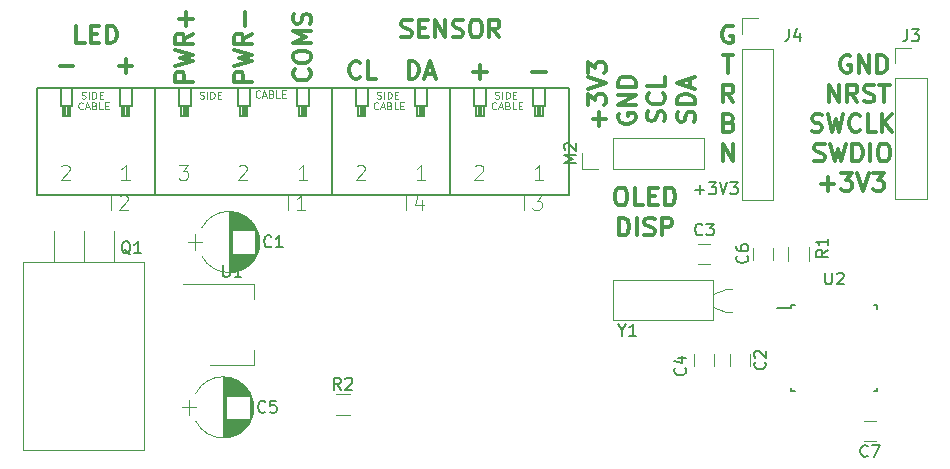
<source format=gto>
G04 #@! TF.FileFunction,Legend,Top*
%FSLAX46Y46*%
G04 Gerber Fmt 4.6, Leading zero omitted, Abs format (unit mm)*
G04 Created by KiCad (PCBNEW 4.0.7-e2-6376~58~ubuntu16.04.1) date Mon Nov  6 19:58:44 2017*
%MOMM*%
%LPD*%
G01*
G04 APERTURE LIST*
%ADD10C,0.100000*%
%ADD11C,0.300000*%
%ADD12C,0.200000*%
%ADD13C,0.150000*%
%ADD14C,0.120000*%
%ADD15C,0.127000*%
%ADD16C,0.101600*%
%ADD17C,0.050800*%
G04 APERTURE END LIST*
D10*
D11*
X112357143Y-65607143D02*
X112571429Y-65678571D01*
X112928572Y-65678571D01*
X113071429Y-65607143D01*
X113142858Y-65535714D01*
X113214286Y-65392857D01*
X113214286Y-65250000D01*
X113142858Y-65107143D01*
X113071429Y-65035714D01*
X112928572Y-64964286D01*
X112642858Y-64892857D01*
X112500000Y-64821429D01*
X112428572Y-64750000D01*
X112357143Y-64607143D01*
X112357143Y-64464286D01*
X112428572Y-64321429D01*
X112500000Y-64250000D01*
X112642858Y-64178571D01*
X113000000Y-64178571D01*
X113214286Y-64250000D01*
X113857143Y-64892857D02*
X114357143Y-64892857D01*
X114571429Y-65678571D02*
X113857143Y-65678571D01*
X113857143Y-64178571D01*
X114571429Y-64178571D01*
X115214286Y-65678571D02*
X115214286Y-64178571D01*
X116071429Y-65678571D01*
X116071429Y-64178571D01*
X116714286Y-65607143D02*
X116928572Y-65678571D01*
X117285715Y-65678571D01*
X117428572Y-65607143D01*
X117500001Y-65535714D01*
X117571429Y-65392857D01*
X117571429Y-65250000D01*
X117500001Y-65107143D01*
X117428572Y-65035714D01*
X117285715Y-64964286D01*
X117000001Y-64892857D01*
X116857143Y-64821429D01*
X116785715Y-64750000D01*
X116714286Y-64607143D01*
X116714286Y-64464286D01*
X116785715Y-64321429D01*
X116857143Y-64250000D01*
X117000001Y-64178571D01*
X117357143Y-64178571D01*
X117571429Y-64250000D01*
X118500000Y-64178571D02*
X118785714Y-64178571D01*
X118928572Y-64250000D01*
X119071429Y-64392857D01*
X119142857Y-64678571D01*
X119142857Y-65178571D01*
X119071429Y-65464286D01*
X118928572Y-65607143D01*
X118785714Y-65678571D01*
X118500000Y-65678571D01*
X118357143Y-65607143D01*
X118214286Y-65464286D01*
X118142857Y-65178571D01*
X118142857Y-64678571D01*
X118214286Y-64392857D01*
X118357143Y-64250000D01*
X118500000Y-64178571D01*
X120642858Y-65678571D02*
X120142858Y-64964286D01*
X119785715Y-65678571D02*
X119785715Y-64178571D01*
X120357143Y-64178571D01*
X120500001Y-64250000D01*
X120571429Y-64321429D01*
X120642858Y-64464286D01*
X120642858Y-64678571D01*
X120571429Y-64821429D01*
X120500001Y-64892857D01*
X120357143Y-64964286D01*
X119785715Y-64964286D01*
X123428572Y-68607143D02*
X124571429Y-68607143D01*
X118428572Y-68607143D02*
X119571429Y-68607143D01*
X119000000Y-69178571D02*
X119000000Y-68035714D01*
X112964286Y-69178571D02*
X112964286Y-67678571D01*
X113321429Y-67678571D01*
X113535714Y-67750000D01*
X113678572Y-67892857D01*
X113750000Y-68035714D01*
X113821429Y-68321429D01*
X113821429Y-68535714D01*
X113750000Y-68821429D01*
X113678572Y-68964286D01*
X113535714Y-69107143D01*
X113321429Y-69178571D01*
X112964286Y-69178571D01*
X114392857Y-68750000D02*
X115107143Y-68750000D01*
X114250000Y-69178571D02*
X114750000Y-67678571D01*
X115250000Y-69178571D01*
X108857143Y-69035714D02*
X108785714Y-69107143D01*
X108571428Y-69178571D01*
X108428571Y-69178571D01*
X108214286Y-69107143D01*
X108071428Y-68964286D01*
X108000000Y-68821429D01*
X107928571Y-68535714D01*
X107928571Y-68321429D01*
X108000000Y-68035714D01*
X108071428Y-67892857D01*
X108214286Y-67750000D01*
X108428571Y-67678571D01*
X108571428Y-67678571D01*
X108785714Y-67750000D01*
X108857143Y-67821429D01*
X110214286Y-69178571D02*
X109500000Y-69178571D01*
X109500000Y-67678571D01*
X99678571Y-69428571D02*
X98178571Y-69428571D01*
X98178571Y-68857143D01*
X98250000Y-68714285D01*
X98321429Y-68642857D01*
X98464286Y-68571428D01*
X98678571Y-68571428D01*
X98821429Y-68642857D01*
X98892857Y-68714285D01*
X98964286Y-68857143D01*
X98964286Y-69428571D01*
X98178571Y-68071428D02*
X99678571Y-67714285D01*
X98607143Y-67428571D01*
X99678571Y-67142857D01*
X98178571Y-66785714D01*
X99678571Y-65357142D02*
X98964286Y-65857142D01*
X99678571Y-66214285D02*
X98178571Y-66214285D01*
X98178571Y-65642857D01*
X98250000Y-65499999D01*
X98321429Y-65428571D01*
X98464286Y-65357142D01*
X98678571Y-65357142D01*
X98821429Y-65428571D01*
X98892857Y-65499999D01*
X98964286Y-65642857D01*
X98964286Y-66214285D01*
X99107143Y-64714285D02*
X99107143Y-63571428D01*
X104535714Y-68392857D02*
X104607143Y-68464286D01*
X104678571Y-68678572D01*
X104678571Y-68821429D01*
X104607143Y-69035714D01*
X104464286Y-69178572D01*
X104321429Y-69250000D01*
X104035714Y-69321429D01*
X103821429Y-69321429D01*
X103535714Y-69250000D01*
X103392857Y-69178572D01*
X103250000Y-69035714D01*
X103178571Y-68821429D01*
X103178571Y-68678572D01*
X103250000Y-68464286D01*
X103321429Y-68392857D01*
X103178571Y-67464286D02*
X103178571Y-67178572D01*
X103250000Y-67035714D01*
X103392857Y-66892857D01*
X103678571Y-66821429D01*
X104178571Y-66821429D01*
X104464286Y-66892857D01*
X104607143Y-67035714D01*
X104678571Y-67178572D01*
X104678571Y-67464286D01*
X104607143Y-67607143D01*
X104464286Y-67750000D01*
X104178571Y-67821429D01*
X103678571Y-67821429D01*
X103392857Y-67750000D01*
X103250000Y-67607143D01*
X103178571Y-67464286D01*
X104678571Y-66178571D02*
X103178571Y-66178571D01*
X104250000Y-65678571D01*
X103178571Y-65178571D01*
X104678571Y-65178571D01*
X104607143Y-64535714D02*
X104678571Y-64321428D01*
X104678571Y-63964285D01*
X104607143Y-63821428D01*
X104535714Y-63749999D01*
X104392857Y-63678571D01*
X104250000Y-63678571D01*
X104107143Y-63749999D01*
X104035714Y-63821428D01*
X103964286Y-63964285D01*
X103892857Y-64249999D01*
X103821429Y-64392857D01*
X103750000Y-64464285D01*
X103607143Y-64535714D01*
X103464286Y-64535714D01*
X103321429Y-64464285D01*
X103250000Y-64392857D01*
X103178571Y-64249999D01*
X103178571Y-63892857D01*
X103250000Y-63678571D01*
X94678571Y-69428571D02*
X93178571Y-69428571D01*
X93178571Y-68857143D01*
X93250000Y-68714285D01*
X93321429Y-68642857D01*
X93464286Y-68571428D01*
X93678571Y-68571428D01*
X93821429Y-68642857D01*
X93892857Y-68714285D01*
X93964286Y-68857143D01*
X93964286Y-69428571D01*
X93178571Y-68071428D02*
X94678571Y-67714285D01*
X93607143Y-67428571D01*
X94678571Y-67142857D01*
X93178571Y-66785714D01*
X94678571Y-65357142D02*
X93964286Y-65857142D01*
X94678571Y-66214285D02*
X93178571Y-66214285D01*
X93178571Y-65642857D01*
X93250000Y-65499999D01*
X93321429Y-65428571D01*
X93464286Y-65357142D01*
X93678571Y-65357142D01*
X93821429Y-65428571D01*
X93892857Y-65499999D01*
X93964286Y-65642857D01*
X93964286Y-66214285D01*
X94107143Y-64714285D02*
X94107143Y-63571428D01*
X94678571Y-64142857D02*
X93535714Y-64142857D01*
X83428572Y-68107143D02*
X84571429Y-68107143D01*
X88428572Y-68107143D02*
X89571429Y-68107143D01*
X89000000Y-68678571D02*
X89000000Y-67535714D01*
X85535715Y-66178571D02*
X84821429Y-66178571D01*
X84821429Y-64678571D01*
X86035715Y-65392857D02*
X86535715Y-65392857D01*
X86750001Y-66178571D02*
X86035715Y-66178571D01*
X86035715Y-64678571D01*
X86750001Y-64678571D01*
X87392858Y-66178571D02*
X87392858Y-64678571D01*
X87750001Y-64678571D01*
X87964286Y-64750000D01*
X88107144Y-64892857D01*
X88178572Y-65035714D01*
X88250001Y-65321429D01*
X88250001Y-65535714D01*
X88178572Y-65821429D01*
X88107144Y-65964286D01*
X87964286Y-66107143D01*
X87750001Y-66178571D01*
X87392858Y-66178571D01*
D12*
X137238095Y-78571429D02*
X138000000Y-78571429D01*
X137619048Y-78952381D02*
X137619048Y-78190476D01*
X138380952Y-77952381D02*
X139000000Y-77952381D01*
X138666666Y-78333333D01*
X138809524Y-78333333D01*
X138904762Y-78380952D01*
X138952381Y-78428571D01*
X139000000Y-78523810D01*
X139000000Y-78761905D01*
X138952381Y-78857143D01*
X138904762Y-78904762D01*
X138809524Y-78952381D01*
X138523809Y-78952381D01*
X138428571Y-78904762D01*
X138380952Y-78857143D01*
X139285714Y-77952381D02*
X139619047Y-78952381D01*
X139952381Y-77952381D01*
X140190476Y-77952381D02*
X140809524Y-77952381D01*
X140476190Y-78333333D01*
X140619048Y-78333333D01*
X140714286Y-78380952D01*
X140761905Y-78428571D01*
X140809524Y-78523810D01*
X140809524Y-78761905D01*
X140761905Y-78857143D01*
X140714286Y-78904762D01*
X140619048Y-78952381D01*
X140333333Y-78952381D01*
X140238095Y-78904762D01*
X140190476Y-78857143D01*
D11*
X139571429Y-76178571D02*
X139571429Y-74678571D01*
X140428572Y-76178571D01*
X140428572Y-74678571D01*
X140107143Y-72892857D02*
X140321429Y-72964286D01*
X140392857Y-73035714D01*
X140464286Y-73178571D01*
X140464286Y-73392857D01*
X140392857Y-73535714D01*
X140321429Y-73607143D01*
X140178571Y-73678571D01*
X139607143Y-73678571D01*
X139607143Y-72178571D01*
X140107143Y-72178571D01*
X140250000Y-72250000D01*
X140321429Y-72321429D01*
X140392857Y-72464286D01*
X140392857Y-72607143D01*
X140321429Y-72750000D01*
X140250000Y-72821429D01*
X140107143Y-72892857D01*
X139607143Y-72892857D01*
X140464286Y-71178571D02*
X139964286Y-70464286D01*
X139607143Y-71178571D02*
X139607143Y-69678571D01*
X140178571Y-69678571D01*
X140321429Y-69750000D01*
X140392857Y-69821429D01*
X140464286Y-69964286D01*
X140464286Y-70178571D01*
X140392857Y-70321429D01*
X140321429Y-70392857D01*
X140178571Y-70464286D01*
X139607143Y-70464286D01*
X139571429Y-67178571D02*
X140428572Y-67178571D01*
X140000001Y-68678571D02*
X140000001Y-67178571D01*
X140392857Y-64750000D02*
X140250000Y-64678571D01*
X140035714Y-64678571D01*
X139821429Y-64750000D01*
X139678571Y-64892857D01*
X139607143Y-65035714D01*
X139535714Y-65321429D01*
X139535714Y-65535714D01*
X139607143Y-65821429D01*
X139678571Y-65964286D01*
X139821429Y-66107143D01*
X140035714Y-66178571D01*
X140178571Y-66178571D01*
X140392857Y-66107143D01*
X140464286Y-66035714D01*
X140464286Y-65535714D01*
X140178571Y-65535714D01*
X137107143Y-72821428D02*
X137178571Y-72607142D01*
X137178571Y-72249999D01*
X137107143Y-72107142D01*
X137035714Y-72035713D01*
X136892857Y-71964285D01*
X136750000Y-71964285D01*
X136607143Y-72035713D01*
X136535714Y-72107142D01*
X136464286Y-72249999D01*
X136392857Y-72535713D01*
X136321429Y-72678571D01*
X136250000Y-72749999D01*
X136107143Y-72821428D01*
X135964286Y-72821428D01*
X135821429Y-72749999D01*
X135750000Y-72678571D01*
X135678571Y-72535713D01*
X135678571Y-72178571D01*
X135750000Y-71964285D01*
X137178571Y-71321428D02*
X135678571Y-71321428D01*
X135678571Y-70964285D01*
X135750000Y-70750000D01*
X135892857Y-70607142D01*
X136035714Y-70535714D01*
X136321429Y-70464285D01*
X136535714Y-70464285D01*
X136821429Y-70535714D01*
X136964286Y-70607142D01*
X137107143Y-70750000D01*
X137178571Y-70964285D01*
X137178571Y-71321428D01*
X136750000Y-69892857D02*
X136750000Y-69178571D01*
X137178571Y-70035714D02*
X135678571Y-69535714D01*
X137178571Y-69035714D01*
X134607143Y-72785714D02*
X134678571Y-72571428D01*
X134678571Y-72214285D01*
X134607143Y-72071428D01*
X134535714Y-71999999D01*
X134392857Y-71928571D01*
X134250000Y-71928571D01*
X134107143Y-71999999D01*
X134035714Y-72071428D01*
X133964286Y-72214285D01*
X133892857Y-72499999D01*
X133821429Y-72642857D01*
X133750000Y-72714285D01*
X133607143Y-72785714D01*
X133464286Y-72785714D01*
X133321429Y-72714285D01*
X133250000Y-72642857D01*
X133178571Y-72499999D01*
X133178571Y-72142857D01*
X133250000Y-71928571D01*
X134535714Y-70428571D02*
X134607143Y-70500000D01*
X134678571Y-70714286D01*
X134678571Y-70857143D01*
X134607143Y-71071428D01*
X134464286Y-71214286D01*
X134321429Y-71285714D01*
X134035714Y-71357143D01*
X133821429Y-71357143D01*
X133535714Y-71285714D01*
X133392857Y-71214286D01*
X133250000Y-71071428D01*
X133178571Y-70857143D01*
X133178571Y-70714286D01*
X133250000Y-70500000D01*
X133321429Y-70428571D01*
X134678571Y-69071428D02*
X134678571Y-69785714D01*
X133178571Y-69785714D01*
X130750000Y-72142857D02*
X130678571Y-72285714D01*
X130678571Y-72500000D01*
X130750000Y-72714285D01*
X130892857Y-72857143D01*
X131035714Y-72928571D01*
X131321429Y-73000000D01*
X131535714Y-73000000D01*
X131821429Y-72928571D01*
X131964286Y-72857143D01*
X132107143Y-72714285D01*
X132178571Y-72500000D01*
X132178571Y-72357143D01*
X132107143Y-72142857D01*
X132035714Y-72071428D01*
X131535714Y-72071428D01*
X131535714Y-72357143D01*
X132178571Y-71428571D02*
X130678571Y-71428571D01*
X132178571Y-70571428D01*
X130678571Y-70571428D01*
X132178571Y-69857142D02*
X130678571Y-69857142D01*
X130678571Y-69499999D01*
X130750000Y-69285714D01*
X130892857Y-69142856D01*
X131035714Y-69071428D01*
X131321429Y-68999999D01*
X131535714Y-68999999D01*
X131821429Y-69071428D01*
X131964286Y-69142856D01*
X132107143Y-69285714D01*
X132178571Y-69499999D01*
X132178571Y-69857142D01*
X129107143Y-73142856D02*
X129107143Y-71999999D01*
X129678571Y-72571428D02*
X128535714Y-72571428D01*
X128178571Y-71428570D02*
X128178571Y-70499999D01*
X128750000Y-70999999D01*
X128750000Y-70785713D01*
X128821429Y-70642856D01*
X128892857Y-70571427D01*
X129035714Y-70499999D01*
X129392857Y-70499999D01*
X129535714Y-70571427D01*
X129607143Y-70642856D01*
X129678571Y-70785713D01*
X129678571Y-71214285D01*
X129607143Y-71357142D01*
X129535714Y-71428570D01*
X128178571Y-70071428D02*
X129678571Y-69571428D01*
X128178571Y-69071428D01*
X128178571Y-68714285D02*
X128178571Y-67785714D01*
X128750000Y-68285714D01*
X128750000Y-68071428D01*
X128821429Y-67928571D01*
X128892857Y-67857142D01*
X129035714Y-67785714D01*
X129392857Y-67785714D01*
X129535714Y-67857142D01*
X129607143Y-67928571D01*
X129678571Y-68071428D01*
X129678571Y-68500000D01*
X129607143Y-68642857D01*
X129535714Y-68714285D01*
X130821428Y-78403571D02*
X131107142Y-78403571D01*
X131250000Y-78475000D01*
X131392857Y-78617857D01*
X131464285Y-78903571D01*
X131464285Y-79403571D01*
X131392857Y-79689286D01*
X131250000Y-79832143D01*
X131107142Y-79903571D01*
X130821428Y-79903571D01*
X130678571Y-79832143D01*
X130535714Y-79689286D01*
X130464285Y-79403571D01*
X130464285Y-78903571D01*
X130535714Y-78617857D01*
X130678571Y-78475000D01*
X130821428Y-78403571D01*
X132821429Y-79903571D02*
X132107143Y-79903571D01*
X132107143Y-78403571D01*
X133321429Y-79117857D02*
X133821429Y-79117857D01*
X134035715Y-79903571D02*
X133321429Y-79903571D01*
X133321429Y-78403571D01*
X134035715Y-78403571D01*
X134678572Y-79903571D02*
X134678572Y-78403571D01*
X135035715Y-78403571D01*
X135250000Y-78475000D01*
X135392858Y-78617857D01*
X135464286Y-78760714D01*
X135535715Y-79046429D01*
X135535715Y-79260714D01*
X135464286Y-79546429D01*
X135392858Y-79689286D01*
X135250000Y-79832143D01*
X135035715Y-79903571D01*
X134678572Y-79903571D01*
X130785715Y-82453571D02*
X130785715Y-80953571D01*
X131142858Y-80953571D01*
X131357143Y-81025000D01*
X131500001Y-81167857D01*
X131571429Y-81310714D01*
X131642858Y-81596429D01*
X131642858Y-81810714D01*
X131571429Y-82096429D01*
X131500001Y-82239286D01*
X131357143Y-82382143D01*
X131142858Y-82453571D01*
X130785715Y-82453571D01*
X132285715Y-82453571D02*
X132285715Y-80953571D01*
X132928572Y-82382143D02*
X133142858Y-82453571D01*
X133500001Y-82453571D01*
X133642858Y-82382143D01*
X133714287Y-82310714D01*
X133785715Y-82167857D01*
X133785715Y-82025000D01*
X133714287Y-81882143D01*
X133642858Y-81810714D01*
X133500001Y-81739286D01*
X133214287Y-81667857D01*
X133071429Y-81596429D01*
X133000001Y-81525000D01*
X132928572Y-81382143D01*
X132928572Y-81239286D01*
X133000001Y-81096429D01*
X133071429Y-81025000D01*
X133214287Y-80953571D01*
X133571429Y-80953571D01*
X133785715Y-81025000D01*
X134428572Y-82453571D02*
X134428572Y-80953571D01*
X135000000Y-80953571D01*
X135142858Y-81025000D01*
X135214286Y-81096429D01*
X135285715Y-81239286D01*
X135285715Y-81453571D01*
X135214286Y-81596429D01*
X135142858Y-81667857D01*
X135000000Y-81739286D01*
X134428572Y-81739286D01*
X147857144Y-78107143D02*
X149000001Y-78107143D01*
X148428572Y-78678571D02*
X148428572Y-77535714D01*
X149571430Y-77178571D02*
X150500001Y-77178571D01*
X150000001Y-77750000D01*
X150214287Y-77750000D01*
X150357144Y-77821429D01*
X150428573Y-77892857D01*
X150500001Y-78035714D01*
X150500001Y-78392857D01*
X150428573Y-78535714D01*
X150357144Y-78607143D01*
X150214287Y-78678571D01*
X149785715Y-78678571D01*
X149642858Y-78607143D01*
X149571430Y-78535714D01*
X150928572Y-77178571D02*
X151428572Y-78678571D01*
X151928572Y-77178571D01*
X152285715Y-77178571D02*
X153214286Y-77178571D01*
X152714286Y-77750000D01*
X152928572Y-77750000D01*
X153071429Y-77821429D01*
X153142858Y-77892857D01*
X153214286Y-78035714D01*
X153214286Y-78392857D01*
X153142858Y-78535714D01*
X153071429Y-78607143D01*
X152928572Y-78678571D01*
X152500000Y-78678571D01*
X152357143Y-78607143D01*
X152285715Y-78535714D01*
X147321428Y-76107143D02*
X147535714Y-76178571D01*
X147892857Y-76178571D01*
X148035714Y-76107143D01*
X148107143Y-76035714D01*
X148178571Y-75892857D01*
X148178571Y-75750000D01*
X148107143Y-75607143D01*
X148035714Y-75535714D01*
X147892857Y-75464286D01*
X147607143Y-75392857D01*
X147464285Y-75321429D01*
X147392857Y-75250000D01*
X147321428Y-75107143D01*
X147321428Y-74964286D01*
X147392857Y-74821429D01*
X147464285Y-74750000D01*
X147607143Y-74678571D01*
X147964285Y-74678571D01*
X148178571Y-74750000D01*
X148678571Y-74678571D02*
X149035714Y-76178571D01*
X149321428Y-75107143D01*
X149607142Y-76178571D01*
X149964285Y-74678571D01*
X150535714Y-76178571D02*
X150535714Y-74678571D01*
X150892857Y-74678571D01*
X151107142Y-74750000D01*
X151250000Y-74892857D01*
X151321428Y-75035714D01*
X151392857Y-75321429D01*
X151392857Y-75535714D01*
X151321428Y-75821429D01*
X151250000Y-75964286D01*
X151107142Y-76107143D01*
X150892857Y-76178571D01*
X150535714Y-76178571D01*
X152035714Y-76178571D02*
X152035714Y-74678571D01*
X153035714Y-74678571D02*
X153321428Y-74678571D01*
X153464286Y-74750000D01*
X153607143Y-74892857D01*
X153678571Y-75178571D01*
X153678571Y-75678571D01*
X153607143Y-75964286D01*
X153464286Y-76107143D01*
X153321428Y-76178571D01*
X153035714Y-76178571D01*
X152892857Y-76107143D01*
X152750000Y-75964286D01*
X152678571Y-75678571D01*
X152678571Y-75178571D01*
X152750000Y-74892857D01*
X152892857Y-74750000D01*
X153035714Y-74678571D01*
X147107143Y-73607143D02*
X147321429Y-73678571D01*
X147678572Y-73678571D01*
X147821429Y-73607143D01*
X147892858Y-73535714D01*
X147964286Y-73392857D01*
X147964286Y-73250000D01*
X147892858Y-73107143D01*
X147821429Y-73035714D01*
X147678572Y-72964286D01*
X147392858Y-72892857D01*
X147250000Y-72821429D01*
X147178572Y-72750000D01*
X147107143Y-72607143D01*
X147107143Y-72464286D01*
X147178572Y-72321429D01*
X147250000Y-72250000D01*
X147392858Y-72178571D01*
X147750000Y-72178571D01*
X147964286Y-72250000D01*
X148464286Y-72178571D02*
X148821429Y-73678571D01*
X149107143Y-72607143D01*
X149392857Y-73678571D01*
X149750000Y-72178571D01*
X151178572Y-73535714D02*
X151107143Y-73607143D01*
X150892857Y-73678571D01*
X150750000Y-73678571D01*
X150535715Y-73607143D01*
X150392857Y-73464286D01*
X150321429Y-73321429D01*
X150250000Y-73035714D01*
X150250000Y-72821429D01*
X150321429Y-72535714D01*
X150392857Y-72392857D01*
X150535715Y-72250000D01*
X150750000Y-72178571D01*
X150892857Y-72178571D01*
X151107143Y-72250000D01*
X151178572Y-72321429D01*
X152535715Y-73678571D02*
X151821429Y-73678571D01*
X151821429Y-72178571D01*
X153035715Y-73678571D02*
X153035715Y-72178571D01*
X153892858Y-73678571D02*
X153250001Y-72821429D01*
X153892858Y-72178571D02*
X153035715Y-73035714D01*
X148535715Y-71178571D02*
X148535715Y-69678571D01*
X149392858Y-71178571D01*
X149392858Y-69678571D01*
X150964287Y-71178571D02*
X150464287Y-70464286D01*
X150107144Y-71178571D02*
X150107144Y-69678571D01*
X150678572Y-69678571D01*
X150821430Y-69750000D01*
X150892858Y-69821429D01*
X150964287Y-69964286D01*
X150964287Y-70178571D01*
X150892858Y-70321429D01*
X150821430Y-70392857D01*
X150678572Y-70464286D01*
X150107144Y-70464286D01*
X151535715Y-71107143D02*
X151750001Y-71178571D01*
X152107144Y-71178571D01*
X152250001Y-71107143D01*
X152321430Y-71035714D01*
X152392858Y-70892857D01*
X152392858Y-70750000D01*
X152321430Y-70607143D01*
X152250001Y-70535714D01*
X152107144Y-70464286D01*
X151821430Y-70392857D01*
X151678572Y-70321429D01*
X151607144Y-70250000D01*
X151535715Y-70107143D01*
X151535715Y-69964286D01*
X151607144Y-69821429D01*
X151678572Y-69750000D01*
X151821430Y-69678571D01*
X152178572Y-69678571D01*
X152392858Y-69750000D01*
X152821429Y-69678571D02*
X153678572Y-69678571D01*
X153250001Y-71178571D02*
X153250001Y-69678571D01*
X150357143Y-67250000D02*
X150214286Y-67178571D01*
X150000000Y-67178571D01*
X149785715Y-67250000D01*
X149642857Y-67392857D01*
X149571429Y-67535714D01*
X149500000Y-67821429D01*
X149500000Y-68035714D01*
X149571429Y-68321429D01*
X149642857Y-68464286D01*
X149785715Y-68607143D01*
X150000000Y-68678571D01*
X150142857Y-68678571D01*
X150357143Y-68607143D01*
X150428572Y-68535714D01*
X150428572Y-68035714D01*
X150142857Y-68035714D01*
X151071429Y-68678571D02*
X151071429Y-67178571D01*
X151928572Y-68678571D01*
X151928572Y-67178571D01*
X152642858Y-68678571D02*
X152642858Y-67178571D01*
X153000001Y-67178571D01*
X153214286Y-67250000D01*
X153357144Y-67392857D01*
X153428572Y-67535714D01*
X153500001Y-67821429D01*
X153500001Y-68035714D01*
X153428572Y-68321429D01*
X153357144Y-68464286D01*
X153214286Y-68607143D01*
X153000001Y-68678571D01*
X152642858Y-68678571D01*
D13*
X145375000Y-88375000D02*
X145375000Y-88600000D01*
X152625000Y-88375000D02*
X152625000Y-88675000D01*
X152625000Y-95625000D02*
X152625000Y-95325000D01*
X145375000Y-95625000D02*
X145375000Y-95325000D01*
X145375000Y-88375000D02*
X145675000Y-88375000D01*
X145375000Y-95625000D02*
X145675000Y-95625000D01*
X152625000Y-95625000D02*
X152325000Y-95625000D01*
X152625000Y-88375000D02*
X152325000Y-88375000D01*
X145375000Y-88600000D02*
X144150000Y-88600000D01*
D14*
X100055722Y-81820277D02*
G75*
G03X95444420Y-81820000I-2305722J-1179723D01*
G01*
X100055722Y-84179723D02*
G75*
G02X95444420Y-84180000I-2305722J1179723D01*
G01*
X100055722Y-84179723D02*
G75*
G03X100055580Y-81820000I-2305722J1179723D01*
G01*
X97750000Y-80450000D02*
X97750000Y-85550000D01*
X97790000Y-80450000D02*
X97790000Y-85550000D01*
X97830000Y-80451000D02*
X97830000Y-85549000D01*
X97870000Y-80452000D02*
X97870000Y-85548000D01*
X97910000Y-80454000D02*
X97910000Y-85546000D01*
X97950000Y-80457000D02*
X97950000Y-85543000D01*
X97990000Y-80461000D02*
X97990000Y-85539000D01*
X98030000Y-80465000D02*
X98030000Y-82020000D01*
X98030000Y-83980000D02*
X98030000Y-85535000D01*
X98070000Y-80469000D02*
X98070000Y-82020000D01*
X98070000Y-83980000D02*
X98070000Y-85531000D01*
X98110000Y-80475000D02*
X98110000Y-82020000D01*
X98110000Y-83980000D02*
X98110000Y-85525000D01*
X98150000Y-80481000D02*
X98150000Y-82020000D01*
X98150000Y-83980000D02*
X98150000Y-85519000D01*
X98190000Y-80487000D02*
X98190000Y-82020000D01*
X98190000Y-83980000D02*
X98190000Y-85513000D01*
X98230000Y-80494000D02*
X98230000Y-82020000D01*
X98230000Y-83980000D02*
X98230000Y-85506000D01*
X98270000Y-80502000D02*
X98270000Y-82020000D01*
X98270000Y-83980000D02*
X98270000Y-85498000D01*
X98310000Y-80511000D02*
X98310000Y-82020000D01*
X98310000Y-83980000D02*
X98310000Y-85489000D01*
X98350000Y-80520000D02*
X98350000Y-82020000D01*
X98350000Y-83980000D02*
X98350000Y-85480000D01*
X98390000Y-80530000D02*
X98390000Y-82020000D01*
X98390000Y-83980000D02*
X98390000Y-85470000D01*
X98430000Y-80540000D02*
X98430000Y-82020000D01*
X98430000Y-83980000D02*
X98430000Y-85460000D01*
X98471000Y-80552000D02*
X98471000Y-82020000D01*
X98471000Y-83980000D02*
X98471000Y-85448000D01*
X98511000Y-80564000D02*
X98511000Y-82020000D01*
X98511000Y-83980000D02*
X98511000Y-85436000D01*
X98551000Y-80576000D02*
X98551000Y-82020000D01*
X98551000Y-83980000D02*
X98551000Y-85424000D01*
X98591000Y-80590000D02*
X98591000Y-82020000D01*
X98591000Y-83980000D02*
X98591000Y-85410000D01*
X98631000Y-80604000D02*
X98631000Y-82020000D01*
X98631000Y-83980000D02*
X98631000Y-85396000D01*
X98671000Y-80618000D02*
X98671000Y-82020000D01*
X98671000Y-83980000D02*
X98671000Y-85382000D01*
X98711000Y-80634000D02*
X98711000Y-82020000D01*
X98711000Y-83980000D02*
X98711000Y-85366000D01*
X98751000Y-80650000D02*
X98751000Y-82020000D01*
X98751000Y-83980000D02*
X98751000Y-85350000D01*
X98791000Y-80667000D02*
X98791000Y-82020000D01*
X98791000Y-83980000D02*
X98791000Y-85333000D01*
X98831000Y-80685000D02*
X98831000Y-82020000D01*
X98831000Y-83980000D02*
X98831000Y-85315000D01*
X98871000Y-80704000D02*
X98871000Y-82020000D01*
X98871000Y-83980000D02*
X98871000Y-85296000D01*
X98911000Y-80724000D02*
X98911000Y-82020000D01*
X98911000Y-83980000D02*
X98911000Y-85276000D01*
X98951000Y-80744000D02*
X98951000Y-82020000D01*
X98951000Y-83980000D02*
X98951000Y-85256000D01*
X98991000Y-80766000D02*
X98991000Y-82020000D01*
X98991000Y-83980000D02*
X98991000Y-85234000D01*
X99031000Y-80788000D02*
X99031000Y-82020000D01*
X99031000Y-83980000D02*
X99031000Y-85212000D01*
X99071000Y-80811000D02*
X99071000Y-82020000D01*
X99071000Y-83980000D02*
X99071000Y-85189000D01*
X99111000Y-80835000D02*
X99111000Y-82020000D01*
X99111000Y-83980000D02*
X99111000Y-85165000D01*
X99151000Y-80860000D02*
X99151000Y-82020000D01*
X99151000Y-83980000D02*
X99151000Y-85140000D01*
X99191000Y-80887000D02*
X99191000Y-82020000D01*
X99191000Y-83980000D02*
X99191000Y-85113000D01*
X99231000Y-80914000D02*
X99231000Y-82020000D01*
X99231000Y-83980000D02*
X99231000Y-85086000D01*
X99271000Y-80942000D02*
X99271000Y-82020000D01*
X99271000Y-83980000D02*
X99271000Y-85058000D01*
X99311000Y-80972000D02*
X99311000Y-82020000D01*
X99311000Y-83980000D02*
X99311000Y-85028000D01*
X99351000Y-81003000D02*
X99351000Y-82020000D01*
X99351000Y-83980000D02*
X99351000Y-84997000D01*
X99391000Y-81035000D02*
X99391000Y-82020000D01*
X99391000Y-83980000D02*
X99391000Y-84965000D01*
X99431000Y-81068000D02*
X99431000Y-82020000D01*
X99431000Y-83980000D02*
X99431000Y-84932000D01*
X99471000Y-81103000D02*
X99471000Y-82020000D01*
X99471000Y-83980000D02*
X99471000Y-84897000D01*
X99511000Y-81139000D02*
X99511000Y-82020000D01*
X99511000Y-83980000D02*
X99511000Y-84861000D01*
X99551000Y-81177000D02*
X99551000Y-82020000D01*
X99551000Y-83980000D02*
X99551000Y-84823000D01*
X99591000Y-81217000D02*
X99591000Y-82020000D01*
X99591000Y-83980000D02*
X99591000Y-84783000D01*
X99631000Y-81258000D02*
X99631000Y-82020000D01*
X99631000Y-83980000D02*
X99631000Y-84742000D01*
X99671000Y-81301000D02*
X99671000Y-82020000D01*
X99671000Y-83980000D02*
X99671000Y-84699000D01*
X99711000Y-81346000D02*
X99711000Y-82020000D01*
X99711000Y-83980000D02*
X99711000Y-84654000D01*
X99751000Y-81394000D02*
X99751000Y-82020000D01*
X99751000Y-83980000D02*
X99751000Y-84606000D01*
X99791000Y-81444000D02*
X99791000Y-82020000D01*
X99791000Y-83980000D02*
X99791000Y-84556000D01*
X99831000Y-81496000D02*
X99831000Y-82020000D01*
X99831000Y-83980000D02*
X99831000Y-84504000D01*
X99871000Y-81552000D02*
X99871000Y-82020000D01*
X99871000Y-83980000D02*
X99871000Y-84448000D01*
X99911000Y-81610000D02*
X99911000Y-82020000D01*
X99911000Y-83980000D02*
X99911000Y-84390000D01*
X99951000Y-81673000D02*
X99951000Y-82020000D01*
X99951000Y-83980000D02*
X99951000Y-84327000D01*
X99991000Y-81739000D02*
X99991000Y-84261000D01*
X100031000Y-81811000D02*
X100031000Y-84189000D01*
X100071000Y-81888000D02*
X100071000Y-84112000D01*
X100111000Y-81972000D02*
X100111000Y-84028000D01*
X100151000Y-82066000D02*
X100151000Y-83934000D01*
X100191000Y-82171000D02*
X100191000Y-83829000D01*
X100231000Y-82293000D02*
X100231000Y-83707000D01*
X100271000Y-82441000D02*
X100271000Y-83559000D01*
X100311000Y-82646000D02*
X100311000Y-83354000D01*
X94300000Y-83000000D02*
X95500000Y-83000000D01*
X94900000Y-82350000D02*
X94900000Y-83650000D01*
X141850000Y-93500000D02*
X141850000Y-92500000D01*
X140150000Y-92500000D02*
X140150000Y-93500000D01*
X137500000Y-84850000D02*
X138500000Y-84850000D01*
X138500000Y-83150000D02*
X137500000Y-83150000D01*
X138850000Y-93500000D02*
X138850000Y-92500000D01*
X137150000Y-92500000D02*
X137150000Y-93500000D01*
X99555722Y-95820277D02*
G75*
G03X94944420Y-95820000I-2305722J-1179723D01*
G01*
X99555722Y-98179723D02*
G75*
G02X94944420Y-98180000I-2305722J1179723D01*
G01*
X99555722Y-98179723D02*
G75*
G03X99555580Y-95820000I-2305722J1179723D01*
G01*
X97250000Y-94450000D02*
X97250000Y-99550000D01*
X97290000Y-94450000D02*
X97290000Y-99550000D01*
X97330000Y-94451000D02*
X97330000Y-99549000D01*
X97370000Y-94452000D02*
X97370000Y-99548000D01*
X97410000Y-94454000D02*
X97410000Y-99546000D01*
X97450000Y-94457000D02*
X97450000Y-99543000D01*
X97490000Y-94461000D02*
X97490000Y-99539000D01*
X97530000Y-94465000D02*
X97530000Y-96020000D01*
X97530000Y-97980000D02*
X97530000Y-99535000D01*
X97570000Y-94469000D02*
X97570000Y-96020000D01*
X97570000Y-97980000D02*
X97570000Y-99531000D01*
X97610000Y-94475000D02*
X97610000Y-96020000D01*
X97610000Y-97980000D02*
X97610000Y-99525000D01*
X97650000Y-94481000D02*
X97650000Y-96020000D01*
X97650000Y-97980000D02*
X97650000Y-99519000D01*
X97690000Y-94487000D02*
X97690000Y-96020000D01*
X97690000Y-97980000D02*
X97690000Y-99513000D01*
X97730000Y-94494000D02*
X97730000Y-96020000D01*
X97730000Y-97980000D02*
X97730000Y-99506000D01*
X97770000Y-94502000D02*
X97770000Y-96020000D01*
X97770000Y-97980000D02*
X97770000Y-99498000D01*
X97810000Y-94511000D02*
X97810000Y-96020000D01*
X97810000Y-97980000D02*
X97810000Y-99489000D01*
X97850000Y-94520000D02*
X97850000Y-96020000D01*
X97850000Y-97980000D02*
X97850000Y-99480000D01*
X97890000Y-94530000D02*
X97890000Y-96020000D01*
X97890000Y-97980000D02*
X97890000Y-99470000D01*
X97930000Y-94540000D02*
X97930000Y-96020000D01*
X97930000Y-97980000D02*
X97930000Y-99460000D01*
X97971000Y-94552000D02*
X97971000Y-96020000D01*
X97971000Y-97980000D02*
X97971000Y-99448000D01*
X98011000Y-94564000D02*
X98011000Y-96020000D01*
X98011000Y-97980000D02*
X98011000Y-99436000D01*
X98051000Y-94576000D02*
X98051000Y-96020000D01*
X98051000Y-97980000D02*
X98051000Y-99424000D01*
X98091000Y-94590000D02*
X98091000Y-96020000D01*
X98091000Y-97980000D02*
X98091000Y-99410000D01*
X98131000Y-94604000D02*
X98131000Y-96020000D01*
X98131000Y-97980000D02*
X98131000Y-99396000D01*
X98171000Y-94618000D02*
X98171000Y-96020000D01*
X98171000Y-97980000D02*
X98171000Y-99382000D01*
X98211000Y-94634000D02*
X98211000Y-96020000D01*
X98211000Y-97980000D02*
X98211000Y-99366000D01*
X98251000Y-94650000D02*
X98251000Y-96020000D01*
X98251000Y-97980000D02*
X98251000Y-99350000D01*
X98291000Y-94667000D02*
X98291000Y-96020000D01*
X98291000Y-97980000D02*
X98291000Y-99333000D01*
X98331000Y-94685000D02*
X98331000Y-96020000D01*
X98331000Y-97980000D02*
X98331000Y-99315000D01*
X98371000Y-94704000D02*
X98371000Y-96020000D01*
X98371000Y-97980000D02*
X98371000Y-99296000D01*
X98411000Y-94724000D02*
X98411000Y-96020000D01*
X98411000Y-97980000D02*
X98411000Y-99276000D01*
X98451000Y-94744000D02*
X98451000Y-96020000D01*
X98451000Y-97980000D02*
X98451000Y-99256000D01*
X98491000Y-94766000D02*
X98491000Y-96020000D01*
X98491000Y-97980000D02*
X98491000Y-99234000D01*
X98531000Y-94788000D02*
X98531000Y-96020000D01*
X98531000Y-97980000D02*
X98531000Y-99212000D01*
X98571000Y-94811000D02*
X98571000Y-96020000D01*
X98571000Y-97980000D02*
X98571000Y-99189000D01*
X98611000Y-94835000D02*
X98611000Y-96020000D01*
X98611000Y-97980000D02*
X98611000Y-99165000D01*
X98651000Y-94860000D02*
X98651000Y-96020000D01*
X98651000Y-97980000D02*
X98651000Y-99140000D01*
X98691000Y-94887000D02*
X98691000Y-96020000D01*
X98691000Y-97980000D02*
X98691000Y-99113000D01*
X98731000Y-94914000D02*
X98731000Y-96020000D01*
X98731000Y-97980000D02*
X98731000Y-99086000D01*
X98771000Y-94942000D02*
X98771000Y-96020000D01*
X98771000Y-97980000D02*
X98771000Y-99058000D01*
X98811000Y-94972000D02*
X98811000Y-96020000D01*
X98811000Y-97980000D02*
X98811000Y-99028000D01*
X98851000Y-95003000D02*
X98851000Y-96020000D01*
X98851000Y-97980000D02*
X98851000Y-98997000D01*
X98891000Y-95035000D02*
X98891000Y-96020000D01*
X98891000Y-97980000D02*
X98891000Y-98965000D01*
X98931000Y-95068000D02*
X98931000Y-96020000D01*
X98931000Y-97980000D02*
X98931000Y-98932000D01*
X98971000Y-95103000D02*
X98971000Y-96020000D01*
X98971000Y-97980000D02*
X98971000Y-98897000D01*
X99011000Y-95139000D02*
X99011000Y-96020000D01*
X99011000Y-97980000D02*
X99011000Y-98861000D01*
X99051000Y-95177000D02*
X99051000Y-96020000D01*
X99051000Y-97980000D02*
X99051000Y-98823000D01*
X99091000Y-95217000D02*
X99091000Y-96020000D01*
X99091000Y-97980000D02*
X99091000Y-98783000D01*
X99131000Y-95258000D02*
X99131000Y-96020000D01*
X99131000Y-97980000D02*
X99131000Y-98742000D01*
X99171000Y-95301000D02*
X99171000Y-96020000D01*
X99171000Y-97980000D02*
X99171000Y-98699000D01*
X99211000Y-95346000D02*
X99211000Y-96020000D01*
X99211000Y-97980000D02*
X99211000Y-98654000D01*
X99251000Y-95394000D02*
X99251000Y-96020000D01*
X99251000Y-97980000D02*
X99251000Y-98606000D01*
X99291000Y-95444000D02*
X99291000Y-96020000D01*
X99291000Y-97980000D02*
X99291000Y-98556000D01*
X99331000Y-95496000D02*
X99331000Y-96020000D01*
X99331000Y-97980000D02*
X99331000Y-98504000D01*
X99371000Y-95552000D02*
X99371000Y-96020000D01*
X99371000Y-97980000D02*
X99371000Y-98448000D01*
X99411000Y-95610000D02*
X99411000Y-96020000D01*
X99411000Y-97980000D02*
X99411000Y-98390000D01*
X99451000Y-95673000D02*
X99451000Y-96020000D01*
X99451000Y-97980000D02*
X99451000Y-98327000D01*
X99491000Y-95739000D02*
X99491000Y-98261000D01*
X99531000Y-95811000D02*
X99531000Y-98189000D01*
X99571000Y-95888000D02*
X99571000Y-98112000D01*
X99611000Y-95972000D02*
X99611000Y-98028000D01*
X99651000Y-96066000D02*
X99651000Y-97934000D01*
X99691000Y-96171000D02*
X99691000Y-97829000D01*
X99731000Y-96293000D02*
X99731000Y-97707000D01*
X99771000Y-96441000D02*
X99771000Y-97559000D01*
X99811000Y-96646000D02*
X99811000Y-97354000D01*
X93800000Y-97000000D02*
X95000000Y-97000000D01*
X94400000Y-96350000D02*
X94400000Y-97650000D01*
X142150000Y-83500000D02*
X142150000Y-84500000D01*
X143850000Y-84500000D02*
X143850000Y-83500000D01*
X151500000Y-99850000D02*
X152500000Y-99850000D01*
X152500000Y-98150000D02*
X151500000Y-98150000D01*
X154170000Y-79370000D02*
X156830000Y-79370000D01*
X154170000Y-69150000D02*
X154170000Y-79370000D01*
X156830000Y-69150000D02*
X156830000Y-79370000D01*
X154170000Y-69150000D02*
X156830000Y-69150000D01*
X154170000Y-67880000D02*
X154170000Y-66550000D01*
X154170000Y-66550000D02*
X155500000Y-66550000D01*
X90580000Y-84690000D02*
X80340000Y-84690000D01*
X90580000Y-100580000D02*
X80340000Y-100580000D01*
X90580000Y-100580000D02*
X90580000Y-84690000D01*
X80340000Y-100580000D02*
X80340000Y-84690000D01*
X88000000Y-84690000D02*
X88000000Y-82050000D01*
X85460000Y-84690000D02*
X85460000Y-82066000D01*
X82920000Y-84690000D02*
X82920000Y-82066000D01*
X146880000Y-83400000D02*
X146880000Y-84600000D01*
X145120000Y-84600000D02*
X145120000Y-83400000D01*
X99910000Y-93410000D02*
X99910000Y-92150000D01*
X99910000Y-86590000D02*
X99910000Y-87850000D01*
X96150000Y-93410000D02*
X99910000Y-93410000D01*
X93900000Y-86590000D02*
X99910000Y-86590000D01*
X138700000Y-86250000D02*
X130300000Y-86250000D01*
X130300000Y-86250000D02*
X130300000Y-89650000D01*
X130300000Y-89650000D02*
X138700000Y-89650000D01*
X138700000Y-89650000D02*
X138700000Y-86250000D01*
X138700000Y-87405000D02*
X139850000Y-87000000D01*
X139850000Y-87000000D02*
X140300000Y-87000000D01*
X138700000Y-88495000D02*
X139850000Y-88900000D01*
X139850000Y-88900000D02*
X140300000Y-88900000D01*
X137950000Y-76830000D02*
X137950000Y-74170000D01*
X130270000Y-76830000D02*
X137950000Y-76830000D01*
X130270000Y-74170000D02*
X137950000Y-74170000D01*
X130270000Y-76830000D02*
X130270000Y-74170000D01*
X129000000Y-76830000D02*
X127670000Y-76830000D01*
X127670000Y-76830000D02*
X127670000Y-75500000D01*
X141170000Y-79410000D02*
X143830000Y-79410000D01*
X141170000Y-66650000D02*
X141170000Y-79410000D01*
X143830000Y-66650000D02*
X143830000Y-79410000D01*
X141170000Y-66650000D02*
X143830000Y-66650000D01*
X141170000Y-65380000D02*
X141170000Y-64050000D01*
X141170000Y-64050000D02*
X142500000Y-64050000D01*
D15*
X91499360Y-70002040D02*
X91499360Y-78998720D01*
X91499360Y-78998720D02*
X81501920Y-78998720D01*
X81501920Y-78998720D02*
X81501920Y-70002040D01*
X81501920Y-70002040D02*
X83500900Y-70002040D01*
X83500900Y-70002040D02*
X84501660Y-70002040D01*
X84501660Y-70002040D02*
X88502160Y-70002040D01*
X88502160Y-70002040D02*
X89497840Y-70002040D01*
X89497840Y-70002040D02*
X91499360Y-70002040D01*
X89497840Y-70002040D02*
X89497840Y-71500640D01*
X89497840Y-71500640D02*
X88502160Y-71500640D01*
X88502160Y-71500640D02*
X88502160Y-70002040D01*
X84501660Y-70002040D02*
X84501660Y-71500640D01*
X84501660Y-71500640D02*
X83500900Y-71500640D01*
X83500900Y-71500640D02*
X83500900Y-70002040D01*
X89299720Y-71602240D02*
X89299720Y-72300740D01*
X89099060Y-71602240D02*
X89099060Y-72300740D01*
X88900940Y-71602240D02*
X88900940Y-72300740D01*
X88700280Y-71602240D02*
X88700280Y-72300740D01*
X89299720Y-72300740D02*
X88700280Y-72300740D01*
X84301000Y-71602240D02*
X84301000Y-72300740D01*
X84301000Y-72300740D02*
X84100340Y-72300740D01*
X84100340Y-72300740D02*
X84100340Y-71602240D01*
X84100340Y-72300740D02*
X83902220Y-72300740D01*
X83902220Y-72300740D02*
X83902220Y-71602240D01*
X83902220Y-72300740D02*
X83701560Y-72300740D01*
X83701560Y-72300740D02*
X83701560Y-71602240D01*
X116499360Y-70002040D02*
X116499360Y-78998720D01*
X116499360Y-78998720D02*
X106501920Y-78998720D01*
X106501920Y-78998720D02*
X106501920Y-70002040D01*
X106501920Y-70002040D02*
X108500900Y-70002040D01*
X108500900Y-70002040D02*
X109501660Y-70002040D01*
X109501660Y-70002040D02*
X113502160Y-70002040D01*
X113502160Y-70002040D02*
X114497840Y-70002040D01*
X114497840Y-70002040D02*
X116499360Y-70002040D01*
X114497840Y-70002040D02*
X114497840Y-71500640D01*
X114497840Y-71500640D02*
X113502160Y-71500640D01*
X113502160Y-71500640D02*
X113502160Y-70002040D01*
X109501660Y-70002040D02*
X109501660Y-71500640D01*
X109501660Y-71500640D02*
X108500900Y-71500640D01*
X108500900Y-71500640D02*
X108500900Y-70002040D01*
X114299720Y-71602240D02*
X114299720Y-72300740D01*
X114099060Y-71602240D02*
X114099060Y-72300740D01*
X113900940Y-71602240D02*
X113900940Y-72300740D01*
X113700280Y-71602240D02*
X113700280Y-72300740D01*
X114299720Y-72300740D02*
X113700280Y-72300740D01*
X109301000Y-71602240D02*
X109301000Y-72300740D01*
X109301000Y-72300740D02*
X109100340Y-72300740D01*
X109100340Y-72300740D02*
X109100340Y-71602240D01*
X109100340Y-72300740D02*
X108902220Y-72300740D01*
X108902220Y-72300740D02*
X108902220Y-71602240D01*
X108902220Y-72300740D02*
X108701560Y-72300740D01*
X108701560Y-72300740D02*
X108701560Y-71602240D01*
X126499360Y-70002040D02*
X126499360Y-78998720D01*
X126499360Y-78998720D02*
X116501920Y-78998720D01*
X116501920Y-78998720D02*
X116501920Y-70002040D01*
X116501920Y-70002040D02*
X118500900Y-70002040D01*
X118500900Y-70002040D02*
X119501660Y-70002040D01*
X119501660Y-70002040D02*
X123502160Y-70002040D01*
X123502160Y-70002040D02*
X124497840Y-70002040D01*
X124497840Y-70002040D02*
X126499360Y-70002040D01*
X124497840Y-70002040D02*
X124497840Y-71500640D01*
X124497840Y-71500640D02*
X123502160Y-71500640D01*
X123502160Y-71500640D02*
X123502160Y-70002040D01*
X119501660Y-70002040D02*
X119501660Y-71500640D01*
X119501660Y-71500640D02*
X118500900Y-71500640D01*
X118500900Y-71500640D02*
X118500900Y-70002040D01*
X124299720Y-71602240D02*
X124299720Y-72300740D01*
X124099060Y-71602240D02*
X124099060Y-72300740D01*
X123900940Y-71602240D02*
X123900940Y-72300740D01*
X123700280Y-71602240D02*
X123700280Y-72300740D01*
X124299720Y-72300740D02*
X123700280Y-72300740D01*
X119301000Y-71602240D02*
X119301000Y-72300740D01*
X119301000Y-72300740D02*
X119100340Y-72300740D01*
X119100340Y-72300740D02*
X119100340Y-71602240D01*
X119100340Y-72300740D02*
X118902220Y-72300740D01*
X118902220Y-72300740D02*
X118902220Y-71602240D01*
X118902220Y-72300740D02*
X118701560Y-72300740D01*
X118701560Y-72300740D02*
X118701560Y-71602240D01*
X106499360Y-70002040D02*
X106499360Y-78998720D01*
X106499360Y-78998720D02*
X91500660Y-78998720D01*
X91500660Y-78998720D02*
X91500660Y-70002040D01*
X91500660Y-70002040D02*
X93502180Y-70002040D01*
X98500900Y-70002040D02*
X99501660Y-70002040D01*
X99501660Y-70002040D02*
X103502160Y-70002040D01*
X103502160Y-70002040D02*
X104497840Y-70002040D01*
X104497840Y-70002040D02*
X106499360Y-70002040D01*
X104497840Y-70002040D02*
X104497840Y-71500640D01*
X104497840Y-71500640D02*
X103502160Y-71500640D01*
X103502160Y-71500640D02*
X103502160Y-70002040D01*
X99501660Y-70002040D02*
X99501660Y-71500640D01*
X99501660Y-71500640D02*
X98500900Y-71500640D01*
X98500900Y-71500640D02*
X98500900Y-70002040D01*
X104299720Y-71602240D02*
X104299720Y-72300740D01*
X104099060Y-71602240D02*
X104099060Y-72300740D01*
X103900940Y-71602240D02*
X103900940Y-72300740D01*
X103700280Y-71602240D02*
X103700280Y-72300740D01*
X104299720Y-72300740D02*
X103700280Y-72300740D01*
X99301000Y-71602240D02*
X99301000Y-72300740D01*
X99301000Y-72300740D02*
X99100340Y-72300740D01*
X99100340Y-72300740D02*
X99100340Y-71602240D01*
X99100340Y-72300740D02*
X98902220Y-72300740D01*
X98902220Y-72300740D02*
X98902220Y-71602240D01*
X98902220Y-72300740D02*
X98701560Y-72300740D01*
X98701560Y-72300740D02*
X98701560Y-71602240D01*
X93502180Y-70002040D02*
X94500400Y-70002040D01*
X94500400Y-70002040D02*
X98500900Y-70002040D01*
X94500400Y-70002040D02*
X94500400Y-71500640D01*
X94500400Y-71500640D02*
X93502180Y-71500640D01*
X93502180Y-71500640D02*
X93502180Y-70002040D01*
X94302280Y-71602240D02*
X94302280Y-72300740D01*
X94302280Y-72300740D02*
X94101620Y-72300740D01*
X94101620Y-72300740D02*
X94101620Y-71602240D01*
X94101620Y-72300740D02*
X93900960Y-72300740D01*
X93900960Y-72300740D02*
X93900960Y-71602240D01*
X93900960Y-72300740D02*
X93700300Y-72300740D01*
X93700300Y-72300740D02*
X93700300Y-71602240D01*
D14*
X108000000Y-97630000D02*
X106800000Y-97630000D01*
X106800000Y-95870000D02*
X108000000Y-95870000D01*
D13*
X148238095Y-85602381D02*
X148238095Y-86411905D01*
X148285714Y-86507143D01*
X148333333Y-86554762D01*
X148428571Y-86602381D01*
X148619048Y-86602381D01*
X148714286Y-86554762D01*
X148761905Y-86507143D01*
X148809524Y-86411905D01*
X148809524Y-85602381D01*
X149238095Y-85697619D02*
X149285714Y-85650000D01*
X149380952Y-85602381D01*
X149619048Y-85602381D01*
X149714286Y-85650000D01*
X149761905Y-85697619D01*
X149809524Y-85792857D01*
X149809524Y-85888095D01*
X149761905Y-86030952D01*
X149190476Y-86602381D01*
X149809524Y-86602381D01*
X101333334Y-83357143D02*
X101285715Y-83404762D01*
X101142858Y-83452381D01*
X101047620Y-83452381D01*
X100904762Y-83404762D01*
X100809524Y-83309524D01*
X100761905Y-83214286D01*
X100714286Y-83023810D01*
X100714286Y-82880952D01*
X100761905Y-82690476D01*
X100809524Y-82595238D01*
X100904762Y-82500000D01*
X101047620Y-82452381D01*
X101142858Y-82452381D01*
X101285715Y-82500000D01*
X101333334Y-82547619D01*
X102285715Y-83452381D02*
X101714286Y-83452381D01*
X102000000Y-83452381D02*
X102000000Y-82452381D01*
X101904762Y-82595238D01*
X101809524Y-82690476D01*
X101714286Y-82738095D01*
X143107143Y-93166666D02*
X143154762Y-93214285D01*
X143202381Y-93357142D01*
X143202381Y-93452380D01*
X143154762Y-93595238D01*
X143059524Y-93690476D01*
X142964286Y-93738095D01*
X142773810Y-93785714D01*
X142630952Y-93785714D01*
X142440476Y-93738095D01*
X142345238Y-93690476D01*
X142250000Y-93595238D01*
X142202381Y-93452380D01*
X142202381Y-93357142D01*
X142250000Y-93214285D01*
X142297619Y-93166666D01*
X142297619Y-92785714D02*
X142250000Y-92738095D01*
X142202381Y-92642857D01*
X142202381Y-92404761D01*
X142250000Y-92309523D01*
X142297619Y-92261904D01*
X142392857Y-92214285D01*
X142488095Y-92214285D01*
X142630952Y-92261904D01*
X143202381Y-92833333D01*
X143202381Y-92214285D01*
X137833334Y-82357143D02*
X137785715Y-82404762D01*
X137642858Y-82452381D01*
X137547620Y-82452381D01*
X137404762Y-82404762D01*
X137309524Y-82309524D01*
X137261905Y-82214286D01*
X137214286Y-82023810D01*
X137214286Y-81880952D01*
X137261905Y-81690476D01*
X137309524Y-81595238D01*
X137404762Y-81500000D01*
X137547620Y-81452381D01*
X137642858Y-81452381D01*
X137785715Y-81500000D01*
X137833334Y-81547619D01*
X138166667Y-81452381D02*
X138785715Y-81452381D01*
X138452381Y-81833333D01*
X138595239Y-81833333D01*
X138690477Y-81880952D01*
X138738096Y-81928571D01*
X138785715Y-82023810D01*
X138785715Y-82261905D01*
X138738096Y-82357143D01*
X138690477Y-82404762D01*
X138595239Y-82452381D01*
X138309524Y-82452381D01*
X138214286Y-82404762D01*
X138166667Y-82357143D01*
X136357143Y-93666666D02*
X136404762Y-93714285D01*
X136452381Y-93857142D01*
X136452381Y-93952380D01*
X136404762Y-94095238D01*
X136309524Y-94190476D01*
X136214286Y-94238095D01*
X136023810Y-94285714D01*
X135880952Y-94285714D01*
X135690476Y-94238095D01*
X135595238Y-94190476D01*
X135500000Y-94095238D01*
X135452381Y-93952380D01*
X135452381Y-93857142D01*
X135500000Y-93714285D01*
X135547619Y-93666666D01*
X135785714Y-92809523D02*
X136452381Y-92809523D01*
X135404762Y-93047619D02*
X136119048Y-93285714D01*
X136119048Y-92666666D01*
X100833334Y-97357143D02*
X100785715Y-97404762D01*
X100642858Y-97452381D01*
X100547620Y-97452381D01*
X100404762Y-97404762D01*
X100309524Y-97309524D01*
X100261905Y-97214286D01*
X100214286Y-97023810D01*
X100214286Y-96880952D01*
X100261905Y-96690476D01*
X100309524Y-96595238D01*
X100404762Y-96500000D01*
X100547620Y-96452381D01*
X100642858Y-96452381D01*
X100785715Y-96500000D01*
X100833334Y-96547619D01*
X101738096Y-96452381D02*
X101261905Y-96452381D01*
X101214286Y-96928571D01*
X101261905Y-96880952D01*
X101357143Y-96833333D01*
X101595239Y-96833333D01*
X101690477Y-96880952D01*
X101738096Y-96928571D01*
X101785715Y-97023810D01*
X101785715Y-97261905D01*
X101738096Y-97357143D01*
X101690477Y-97404762D01*
X101595239Y-97452381D01*
X101357143Y-97452381D01*
X101261905Y-97404762D01*
X101214286Y-97357143D01*
X141607143Y-84166666D02*
X141654762Y-84214285D01*
X141702381Y-84357142D01*
X141702381Y-84452380D01*
X141654762Y-84595238D01*
X141559524Y-84690476D01*
X141464286Y-84738095D01*
X141273810Y-84785714D01*
X141130952Y-84785714D01*
X140940476Y-84738095D01*
X140845238Y-84690476D01*
X140750000Y-84595238D01*
X140702381Y-84452380D01*
X140702381Y-84357142D01*
X140750000Y-84214285D01*
X140797619Y-84166666D01*
X140702381Y-83309523D02*
X140702381Y-83500000D01*
X140750000Y-83595238D01*
X140797619Y-83642857D01*
X140940476Y-83738095D01*
X141130952Y-83785714D01*
X141511905Y-83785714D01*
X141607143Y-83738095D01*
X141654762Y-83690476D01*
X141702381Y-83595238D01*
X141702381Y-83404761D01*
X141654762Y-83309523D01*
X141607143Y-83261904D01*
X141511905Y-83214285D01*
X141273810Y-83214285D01*
X141178571Y-83261904D01*
X141130952Y-83309523D01*
X141083333Y-83404761D01*
X141083333Y-83595238D01*
X141130952Y-83690476D01*
X141178571Y-83738095D01*
X141273810Y-83785714D01*
X151833334Y-101107143D02*
X151785715Y-101154762D01*
X151642858Y-101202381D01*
X151547620Y-101202381D01*
X151404762Y-101154762D01*
X151309524Y-101059524D01*
X151261905Y-100964286D01*
X151214286Y-100773810D01*
X151214286Y-100630952D01*
X151261905Y-100440476D01*
X151309524Y-100345238D01*
X151404762Y-100250000D01*
X151547620Y-100202381D01*
X151642858Y-100202381D01*
X151785715Y-100250000D01*
X151833334Y-100297619D01*
X152166667Y-100202381D02*
X152833334Y-100202381D01*
X152404762Y-101202381D01*
X155166667Y-65002381D02*
X155166667Y-65716667D01*
X155119047Y-65859524D01*
X155023809Y-65954762D01*
X154880952Y-66002381D01*
X154785714Y-66002381D01*
X155547619Y-65002381D02*
X156166667Y-65002381D01*
X155833333Y-65383333D01*
X155976191Y-65383333D01*
X156071429Y-65430952D01*
X156119048Y-65478571D01*
X156166667Y-65573810D01*
X156166667Y-65811905D01*
X156119048Y-65907143D01*
X156071429Y-65954762D01*
X155976191Y-66002381D01*
X155690476Y-66002381D01*
X155595238Y-65954762D01*
X155547619Y-65907143D01*
X89404762Y-84047619D02*
X89309524Y-84000000D01*
X89214286Y-83904762D01*
X89071429Y-83761905D01*
X88976190Y-83714286D01*
X88880952Y-83714286D01*
X88928571Y-83952381D02*
X88833333Y-83904762D01*
X88738095Y-83809524D01*
X88690476Y-83619048D01*
X88690476Y-83285714D01*
X88738095Y-83095238D01*
X88833333Y-83000000D01*
X88928571Y-82952381D01*
X89119048Y-82952381D01*
X89214286Y-83000000D01*
X89309524Y-83095238D01*
X89357143Y-83285714D01*
X89357143Y-83619048D01*
X89309524Y-83809524D01*
X89214286Y-83904762D01*
X89119048Y-83952381D01*
X88928571Y-83952381D01*
X90309524Y-83952381D02*
X89738095Y-83952381D01*
X90023809Y-83952381D02*
X90023809Y-82952381D01*
X89928571Y-83095238D01*
X89833333Y-83190476D01*
X89738095Y-83238095D01*
X148452381Y-83666666D02*
X147976190Y-84000000D01*
X148452381Y-84238095D02*
X147452381Y-84238095D01*
X147452381Y-83857142D01*
X147500000Y-83761904D01*
X147547619Y-83714285D01*
X147642857Y-83666666D01*
X147785714Y-83666666D01*
X147880952Y-83714285D01*
X147928571Y-83761904D01*
X147976190Y-83857142D01*
X147976190Y-84238095D01*
X148452381Y-82714285D02*
X148452381Y-83285714D01*
X148452381Y-83000000D02*
X147452381Y-83000000D01*
X147595238Y-83095238D01*
X147690476Y-83190476D01*
X147738095Y-83285714D01*
X97238095Y-84952381D02*
X97238095Y-85761905D01*
X97285714Y-85857143D01*
X97333333Y-85904762D01*
X97428571Y-85952381D01*
X97619048Y-85952381D01*
X97714286Y-85904762D01*
X97761905Y-85857143D01*
X97809524Y-85761905D01*
X97809524Y-84952381D01*
X98809524Y-85952381D02*
X98238095Y-85952381D01*
X98523809Y-85952381D02*
X98523809Y-84952381D01*
X98428571Y-85095238D01*
X98333333Y-85190476D01*
X98238095Y-85238095D01*
X131023809Y-90476190D02*
X131023809Y-90952381D01*
X130690476Y-89952381D02*
X131023809Y-90476190D01*
X131357143Y-89952381D01*
X132214286Y-90952381D02*
X131642857Y-90952381D01*
X131928571Y-90952381D02*
X131928571Y-89952381D01*
X131833333Y-90095238D01*
X131738095Y-90190476D01*
X131642857Y-90238095D01*
X127122381Y-76309524D02*
X126122381Y-76309524D01*
X126836667Y-75976190D01*
X126122381Y-75642857D01*
X127122381Y-75642857D01*
X126217619Y-75214286D02*
X126170000Y-75166667D01*
X126122381Y-75071429D01*
X126122381Y-74833333D01*
X126170000Y-74738095D01*
X126217619Y-74690476D01*
X126312857Y-74642857D01*
X126408095Y-74642857D01*
X126550952Y-74690476D01*
X127122381Y-75261905D01*
X127122381Y-74642857D01*
X145166667Y-64952381D02*
X145166667Y-65666667D01*
X145119047Y-65809524D01*
X145023809Y-65904762D01*
X144880952Y-65952381D01*
X144785714Y-65952381D01*
X146071429Y-65285714D02*
X146071429Y-65952381D01*
X145833333Y-64904762D02*
X145595238Y-65619048D01*
X146214286Y-65619048D01*
D16*
X87397381Y-79019524D02*
X88123096Y-79019524D01*
X87760239Y-80289524D02*
X87760239Y-79019524D01*
X88485953Y-79140476D02*
X88546429Y-79080000D01*
X88667381Y-79019524D01*
X88969762Y-79019524D01*
X89090715Y-79080000D01*
X89151191Y-79140476D01*
X89211667Y-79261429D01*
X89211667Y-79382381D01*
X89151191Y-79563810D01*
X88425477Y-80289524D01*
X89211667Y-80289524D01*
D17*
X85377235Y-71723434D02*
X85348206Y-71752463D01*
X85261120Y-71781491D01*
X85203063Y-71781491D01*
X85115978Y-71752463D01*
X85057920Y-71694406D01*
X85028892Y-71636349D01*
X84999863Y-71520234D01*
X84999863Y-71433149D01*
X85028892Y-71317034D01*
X85057920Y-71258977D01*
X85115978Y-71200920D01*
X85203063Y-71171891D01*
X85261120Y-71171891D01*
X85348206Y-71200920D01*
X85377235Y-71229949D01*
X85609463Y-71607320D02*
X85899749Y-71607320D01*
X85551406Y-71781491D02*
X85754606Y-71171891D01*
X85957806Y-71781491D01*
X86364206Y-71462177D02*
X86451292Y-71491206D01*
X86480320Y-71520234D01*
X86509349Y-71578291D01*
X86509349Y-71665377D01*
X86480320Y-71723434D01*
X86451292Y-71752463D01*
X86393234Y-71781491D01*
X86161006Y-71781491D01*
X86161006Y-71171891D01*
X86364206Y-71171891D01*
X86422263Y-71200920D01*
X86451292Y-71229949D01*
X86480320Y-71288006D01*
X86480320Y-71346063D01*
X86451292Y-71404120D01*
X86422263Y-71433149D01*
X86364206Y-71462177D01*
X86161006Y-71462177D01*
X87060892Y-71781491D02*
X86770606Y-71781491D01*
X86770606Y-71171891D01*
X87264092Y-71462177D02*
X87467292Y-71462177D01*
X87554378Y-71781491D02*
X87264092Y-71781491D01*
X87264092Y-71171891D01*
X87554378Y-71171891D01*
X85283254Y-70853303D02*
X85370340Y-70882331D01*
X85515483Y-70882331D01*
X85573540Y-70853303D01*
X85602569Y-70824274D01*
X85631597Y-70766217D01*
X85631597Y-70708160D01*
X85602569Y-70650103D01*
X85573540Y-70621074D01*
X85515483Y-70592046D01*
X85399369Y-70563017D01*
X85341311Y-70533989D01*
X85312283Y-70504960D01*
X85283254Y-70446903D01*
X85283254Y-70388846D01*
X85312283Y-70330789D01*
X85341311Y-70301760D01*
X85399369Y-70272731D01*
X85544511Y-70272731D01*
X85631597Y-70301760D01*
X85892854Y-70882331D02*
X85892854Y-70272731D01*
X86183140Y-70882331D02*
X86183140Y-70272731D01*
X86328283Y-70272731D01*
X86415368Y-70301760D01*
X86473426Y-70359817D01*
X86502454Y-70417874D01*
X86531483Y-70533989D01*
X86531483Y-70621074D01*
X86502454Y-70737189D01*
X86473426Y-70795246D01*
X86415368Y-70853303D01*
X86328283Y-70882331D01*
X86183140Y-70882331D01*
X86792740Y-70563017D02*
X86995940Y-70563017D01*
X87083026Y-70882331D02*
X86792740Y-70882331D01*
X86792740Y-70272731D01*
X87083026Y-70272731D01*
D16*
X89362857Y-77749524D02*
X88637143Y-77749524D01*
X89000000Y-77749524D02*
X89000000Y-76479524D01*
X88879048Y-76660952D01*
X88758095Y-76781905D01*
X88637143Y-76842381D01*
X83557143Y-76600476D02*
X83617619Y-76540000D01*
X83738571Y-76479524D01*
X84040952Y-76479524D01*
X84161905Y-76540000D01*
X84222381Y-76600476D01*
X84282857Y-76721429D01*
X84282857Y-76842381D01*
X84222381Y-77023810D01*
X83496667Y-77749524D01*
X84282857Y-77749524D01*
X112397381Y-79019524D02*
X113123096Y-79019524D01*
X112760239Y-80289524D02*
X112760239Y-79019524D01*
X114090715Y-79442857D02*
X114090715Y-80289524D01*
X113788334Y-78959048D02*
X113485953Y-79866190D01*
X114272143Y-79866190D01*
D17*
X110377235Y-71723434D02*
X110348206Y-71752463D01*
X110261120Y-71781491D01*
X110203063Y-71781491D01*
X110115978Y-71752463D01*
X110057920Y-71694406D01*
X110028892Y-71636349D01*
X109999863Y-71520234D01*
X109999863Y-71433149D01*
X110028892Y-71317034D01*
X110057920Y-71258977D01*
X110115978Y-71200920D01*
X110203063Y-71171891D01*
X110261120Y-71171891D01*
X110348206Y-71200920D01*
X110377235Y-71229949D01*
X110609463Y-71607320D02*
X110899749Y-71607320D01*
X110551406Y-71781491D02*
X110754606Y-71171891D01*
X110957806Y-71781491D01*
X111364206Y-71462177D02*
X111451292Y-71491206D01*
X111480320Y-71520234D01*
X111509349Y-71578291D01*
X111509349Y-71665377D01*
X111480320Y-71723434D01*
X111451292Y-71752463D01*
X111393234Y-71781491D01*
X111161006Y-71781491D01*
X111161006Y-71171891D01*
X111364206Y-71171891D01*
X111422263Y-71200920D01*
X111451292Y-71229949D01*
X111480320Y-71288006D01*
X111480320Y-71346063D01*
X111451292Y-71404120D01*
X111422263Y-71433149D01*
X111364206Y-71462177D01*
X111161006Y-71462177D01*
X112060892Y-71781491D02*
X111770606Y-71781491D01*
X111770606Y-71171891D01*
X112264092Y-71462177D02*
X112467292Y-71462177D01*
X112554378Y-71781491D02*
X112264092Y-71781491D01*
X112264092Y-71171891D01*
X112554378Y-71171891D01*
X110283254Y-70853303D02*
X110370340Y-70882331D01*
X110515483Y-70882331D01*
X110573540Y-70853303D01*
X110602569Y-70824274D01*
X110631597Y-70766217D01*
X110631597Y-70708160D01*
X110602569Y-70650103D01*
X110573540Y-70621074D01*
X110515483Y-70592046D01*
X110399369Y-70563017D01*
X110341311Y-70533989D01*
X110312283Y-70504960D01*
X110283254Y-70446903D01*
X110283254Y-70388846D01*
X110312283Y-70330789D01*
X110341311Y-70301760D01*
X110399369Y-70272731D01*
X110544511Y-70272731D01*
X110631597Y-70301760D01*
X110892854Y-70882331D02*
X110892854Y-70272731D01*
X111183140Y-70882331D02*
X111183140Y-70272731D01*
X111328283Y-70272731D01*
X111415368Y-70301760D01*
X111473426Y-70359817D01*
X111502454Y-70417874D01*
X111531483Y-70533989D01*
X111531483Y-70621074D01*
X111502454Y-70737189D01*
X111473426Y-70795246D01*
X111415368Y-70853303D01*
X111328283Y-70882331D01*
X111183140Y-70882331D01*
X111792740Y-70563017D02*
X111995940Y-70563017D01*
X112083026Y-70882331D02*
X111792740Y-70882331D01*
X111792740Y-70272731D01*
X112083026Y-70272731D01*
D16*
X114362857Y-77749524D02*
X113637143Y-77749524D01*
X114000000Y-77749524D02*
X114000000Y-76479524D01*
X113879048Y-76660952D01*
X113758095Y-76781905D01*
X113637143Y-76842381D01*
X108557143Y-76600476D02*
X108617619Y-76540000D01*
X108738571Y-76479524D01*
X109040952Y-76479524D01*
X109161905Y-76540000D01*
X109222381Y-76600476D01*
X109282857Y-76721429D01*
X109282857Y-76842381D01*
X109222381Y-77023810D01*
X108496667Y-77749524D01*
X109282857Y-77749524D01*
X122397381Y-79019524D02*
X123123096Y-79019524D01*
X122760239Y-80289524D02*
X122760239Y-79019524D01*
X123425477Y-79019524D02*
X124211667Y-79019524D01*
X123788334Y-79503333D01*
X123969762Y-79503333D01*
X124090715Y-79563810D01*
X124151191Y-79624286D01*
X124211667Y-79745238D01*
X124211667Y-80047619D01*
X124151191Y-80168571D01*
X124090715Y-80229048D01*
X123969762Y-80289524D01*
X123606905Y-80289524D01*
X123485953Y-80229048D01*
X123425477Y-80168571D01*
D17*
X120377235Y-71723434D02*
X120348206Y-71752463D01*
X120261120Y-71781491D01*
X120203063Y-71781491D01*
X120115978Y-71752463D01*
X120057920Y-71694406D01*
X120028892Y-71636349D01*
X119999863Y-71520234D01*
X119999863Y-71433149D01*
X120028892Y-71317034D01*
X120057920Y-71258977D01*
X120115978Y-71200920D01*
X120203063Y-71171891D01*
X120261120Y-71171891D01*
X120348206Y-71200920D01*
X120377235Y-71229949D01*
X120609463Y-71607320D02*
X120899749Y-71607320D01*
X120551406Y-71781491D02*
X120754606Y-71171891D01*
X120957806Y-71781491D01*
X121364206Y-71462177D02*
X121451292Y-71491206D01*
X121480320Y-71520234D01*
X121509349Y-71578291D01*
X121509349Y-71665377D01*
X121480320Y-71723434D01*
X121451292Y-71752463D01*
X121393234Y-71781491D01*
X121161006Y-71781491D01*
X121161006Y-71171891D01*
X121364206Y-71171891D01*
X121422263Y-71200920D01*
X121451292Y-71229949D01*
X121480320Y-71288006D01*
X121480320Y-71346063D01*
X121451292Y-71404120D01*
X121422263Y-71433149D01*
X121364206Y-71462177D01*
X121161006Y-71462177D01*
X122060892Y-71781491D02*
X121770606Y-71781491D01*
X121770606Y-71171891D01*
X122264092Y-71462177D02*
X122467292Y-71462177D01*
X122554378Y-71781491D02*
X122264092Y-71781491D01*
X122264092Y-71171891D01*
X122554378Y-71171891D01*
X120283254Y-70853303D02*
X120370340Y-70882331D01*
X120515483Y-70882331D01*
X120573540Y-70853303D01*
X120602569Y-70824274D01*
X120631597Y-70766217D01*
X120631597Y-70708160D01*
X120602569Y-70650103D01*
X120573540Y-70621074D01*
X120515483Y-70592046D01*
X120399369Y-70563017D01*
X120341311Y-70533989D01*
X120312283Y-70504960D01*
X120283254Y-70446903D01*
X120283254Y-70388846D01*
X120312283Y-70330789D01*
X120341311Y-70301760D01*
X120399369Y-70272731D01*
X120544511Y-70272731D01*
X120631597Y-70301760D01*
X120892854Y-70882331D02*
X120892854Y-70272731D01*
X121183140Y-70882331D02*
X121183140Y-70272731D01*
X121328283Y-70272731D01*
X121415368Y-70301760D01*
X121473426Y-70359817D01*
X121502454Y-70417874D01*
X121531483Y-70533989D01*
X121531483Y-70621074D01*
X121502454Y-70737189D01*
X121473426Y-70795246D01*
X121415368Y-70853303D01*
X121328283Y-70882331D01*
X121183140Y-70882331D01*
X121792740Y-70563017D02*
X121995940Y-70563017D01*
X122083026Y-70882331D02*
X121792740Y-70882331D01*
X121792740Y-70272731D01*
X122083026Y-70272731D01*
D16*
X124362857Y-77749524D02*
X123637143Y-77749524D01*
X124000000Y-77749524D02*
X124000000Y-76479524D01*
X123879048Y-76660952D01*
X123758095Y-76781905D01*
X123637143Y-76842381D01*
X118557143Y-76600476D02*
X118617619Y-76540000D01*
X118738571Y-76479524D01*
X119040952Y-76479524D01*
X119161905Y-76540000D01*
X119222381Y-76600476D01*
X119282857Y-76721429D01*
X119282857Y-76842381D01*
X119222381Y-77023810D01*
X118496667Y-77749524D01*
X119282857Y-77749524D01*
X102397381Y-79019524D02*
X103123096Y-79019524D01*
X102760239Y-80289524D02*
X102760239Y-79019524D01*
X104211667Y-80289524D02*
X103485953Y-80289524D01*
X103848810Y-80289524D02*
X103848810Y-79019524D01*
X103727858Y-79200952D01*
X103606905Y-79321905D01*
X103485953Y-79382381D01*
D17*
X100377235Y-70722674D02*
X100348206Y-70751703D01*
X100261120Y-70780731D01*
X100203063Y-70780731D01*
X100115978Y-70751703D01*
X100057920Y-70693646D01*
X100028892Y-70635589D01*
X99999863Y-70519474D01*
X99999863Y-70432389D01*
X100028892Y-70316274D01*
X100057920Y-70258217D01*
X100115978Y-70200160D01*
X100203063Y-70171131D01*
X100261120Y-70171131D01*
X100348206Y-70200160D01*
X100377235Y-70229189D01*
X100609463Y-70606560D02*
X100899749Y-70606560D01*
X100551406Y-70780731D02*
X100754606Y-70171131D01*
X100957806Y-70780731D01*
X101364206Y-70461417D02*
X101451292Y-70490446D01*
X101480320Y-70519474D01*
X101509349Y-70577531D01*
X101509349Y-70664617D01*
X101480320Y-70722674D01*
X101451292Y-70751703D01*
X101393234Y-70780731D01*
X101161006Y-70780731D01*
X101161006Y-70171131D01*
X101364206Y-70171131D01*
X101422263Y-70200160D01*
X101451292Y-70229189D01*
X101480320Y-70287246D01*
X101480320Y-70345303D01*
X101451292Y-70403360D01*
X101422263Y-70432389D01*
X101364206Y-70461417D01*
X101161006Y-70461417D01*
X102060892Y-70780731D02*
X101770606Y-70780731D01*
X101770606Y-70171131D01*
X102264092Y-70461417D02*
X102467292Y-70461417D01*
X102554378Y-70780731D02*
X102264092Y-70780731D01*
X102264092Y-70171131D01*
X102554378Y-70171131D01*
X95281994Y-70853303D02*
X95369080Y-70882331D01*
X95514223Y-70882331D01*
X95572280Y-70853303D01*
X95601309Y-70824274D01*
X95630337Y-70766217D01*
X95630337Y-70708160D01*
X95601309Y-70650103D01*
X95572280Y-70621074D01*
X95514223Y-70592046D01*
X95398109Y-70563017D01*
X95340051Y-70533989D01*
X95311023Y-70504960D01*
X95281994Y-70446903D01*
X95281994Y-70388846D01*
X95311023Y-70330789D01*
X95340051Y-70301760D01*
X95398109Y-70272731D01*
X95543251Y-70272731D01*
X95630337Y-70301760D01*
X95891594Y-70882331D02*
X95891594Y-70272731D01*
X96181880Y-70882331D02*
X96181880Y-70272731D01*
X96327023Y-70272731D01*
X96414108Y-70301760D01*
X96472166Y-70359817D01*
X96501194Y-70417874D01*
X96530223Y-70533989D01*
X96530223Y-70621074D01*
X96501194Y-70737189D01*
X96472166Y-70795246D01*
X96414108Y-70853303D01*
X96327023Y-70882331D01*
X96181880Y-70882331D01*
X96791480Y-70563017D02*
X96994680Y-70563017D01*
X97081766Y-70882331D02*
X96791480Y-70882331D01*
X96791480Y-70272731D01*
X97081766Y-70272731D01*
D16*
X104362857Y-77749524D02*
X103637143Y-77749524D01*
X104000000Y-77749524D02*
X104000000Y-76479524D01*
X103879048Y-76660952D01*
X103758095Y-76781905D01*
X103637143Y-76842381D01*
X98557143Y-76600476D02*
X98617619Y-76540000D01*
X98738571Y-76479524D01*
X99040952Y-76479524D01*
X99161905Y-76540000D01*
X99222381Y-76600476D01*
X99282857Y-76721429D01*
X99282857Y-76842381D01*
X99222381Y-77023810D01*
X98496667Y-77749524D01*
X99282857Y-77749524D01*
X93497947Y-76479524D02*
X94284137Y-76479524D01*
X93860804Y-76963333D01*
X94042232Y-76963333D01*
X94163185Y-77023810D01*
X94223661Y-77084286D01*
X94284137Y-77205238D01*
X94284137Y-77507619D01*
X94223661Y-77628571D01*
X94163185Y-77689048D01*
X94042232Y-77749524D01*
X93679375Y-77749524D01*
X93558423Y-77689048D01*
X93497947Y-77628571D01*
D13*
X107233334Y-95502381D02*
X106900000Y-95026190D01*
X106661905Y-95502381D02*
X106661905Y-94502381D01*
X107042858Y-94502381D01*
X107138096Y-94550000D01*
X107185715Y-94597619D01*
X107233334Y-94692857D01*
X107233334Y-94835714D01*
X107185715Y-94930952D01*
X107138096Y-94978571D01*
X107042858Y-95026190D01*
X106661905Y-95026190D01*
X107614286Y-94597619D02*
X107661905Y-94550000D01*
X107757143Y-94502381D01*
X107995239Y-94502381D01*
X108090477Y-94550000D01*
X108138096Y-94597619D01*
X108185715Y-94692857D01*
X108185715Y-94788095D01*
X108138096Y-94930952D01*
X107566667Y-95502381D01*
X108185715Y-95502381D01*
M02*

</source>
